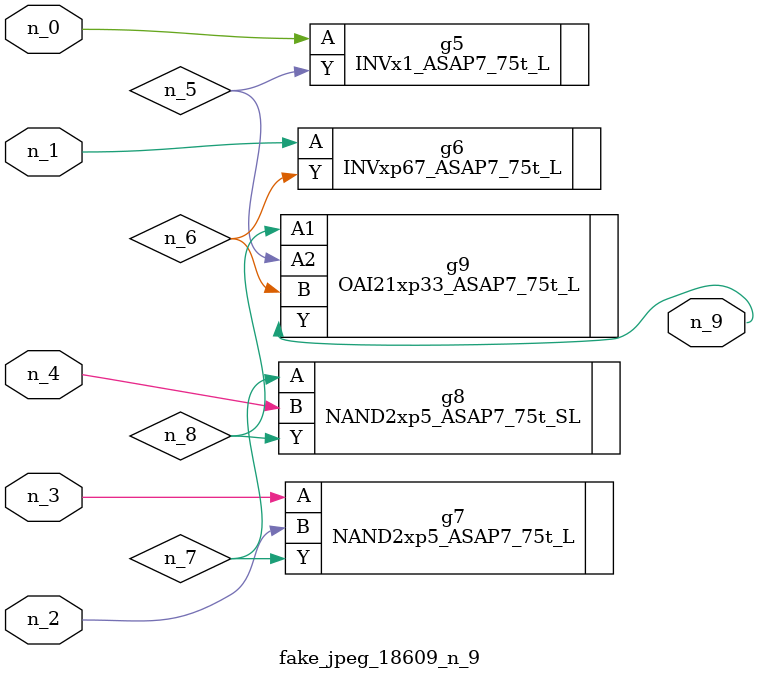
<source format=v>
module fake_jpeg_18609_n_9 (n_3, n_2, n_1, n_0, n_4, n_9);

input n_3;
input n_2;
input n_1;
input n_0;
input n_4;

output n_9;

wire n_8;
wire n_6;
wire n_5;
wire n_7;

INVx1_ASAP7_75t_L g5 ( 
.A(n_0),
.Y(n_5)
);

INVxp67_ASAP7_75t_L g6 ( 
.A(n_1),
.Y(n_6)
);

NAND2xp5_ASAP7_75t_L g7 ( 
.A(n_3),
.B(n_2),
.Y(n_7)
);

NAND2xp5_ASAP7_75t_SL g8 ( 
.A(n_7),
.B(n_4),
.Y(n_8)
);

OAI21xp33_ASAP7_75t_L g9 ( 
.A1(n_8),
.A2(n_5),
.B(n_6),
.Y(n_9)
);


endmodule
</source>
